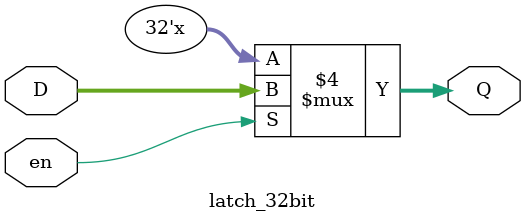
<source format=v>
/* verilator lint_off LATCH */
/* verilator lint_off TIMESCALEMOD */
module latch_32bit (
    input  wire [31:0] D,
    input  wire en,
    output reg  [31:0] Q
);
    initial Q = 0;
    always @(*) begin
        if (en)
            Q = D;      
  end
endmodule
/* verilator lint_on TIMESCALEMOD */
/* verilator lint_on LATCH */
</source>
